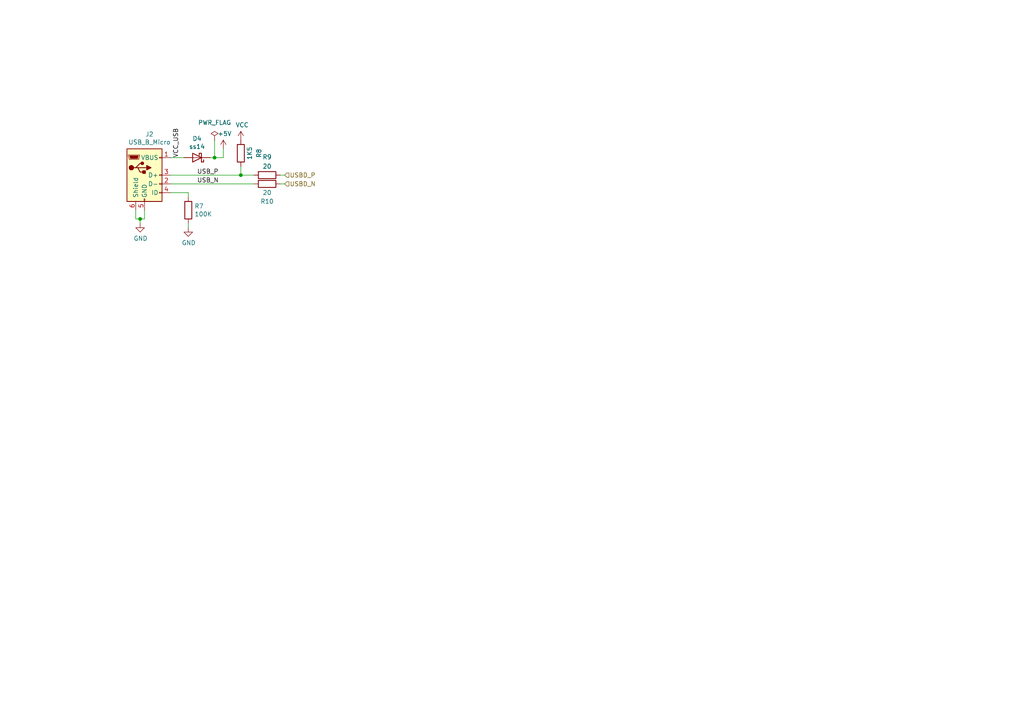
<source format=kicad_sch>
(kicad_sch (version 20231120) (generator "eeschema") (generator_version "8.0")
  (paper "A4")
  (lib_symbols
    (symbol "Device:D_Schottky" (pin_numbers hide) (pin_names (offset 1.016) hide)
      (property "Reference" "D" (at 0 2.54 0))
      (property "Value" "D_Schottky" (at 0 -2.54 0))
      (symbol "D_Schottky_0_1"
        (polyline (pts (xy 1.27 0) (xy -1.27 0)))
        (polyline (pts (xy 1.27 1.27) (xy 1.27 -1.27) (xy -1.27 0) (xy 1.27 1.27)) (stroke (width 0.254)))
        (polyline (pts (xy -1.905 0.635) (xy -1.905 1.27) (xy -1.27 1.27) (xy -1.27 -1.27) (xy -0.635 -1.27) (xy -0.635 -0.635)) (stroke (width 0.254)))
      )
      (symbol "D_Schottky_1_1"
        (pin passive line (at -3.81 0 0) (length 2.54) (name "K") (number "1"))
        (pin passive line (at 3.81 0 180) (length 2.54) (name "A") (number "2"))
      )
    )
    (symbol "Device:R" (pin_numbers hide) (pin_names (offset 0))
      (property "Reference" "R" (at 2.032 0 90))
      (property "Value" "R" (at 0 0 90))
      (symbol "R_0_1"
        (rectangle (start -1.016 -2.54) (end 1.016 2.54) (stroke (width 0.254)))
      )
      (symbol "R_1_1"
        (pin passive line (at 0 3.81 270) (length 1.27) (name "~") (number "1"))
        (pin passive line (at 0 -3.81 90) (length 1.27) (name "~") (number "2"))
      )
    )
    (symbol "STM32103_Devel-rescue:+5V-power" (power) (pin_names (offset 0))
      (property "Value" "power_+5V" (at 0 3.556 0))
      (symbol "+5V-power_0_1"
        (polyline (pts (xy -0.762 1.27) (xy 0 2.54)))
        (polyline (pts (xy 0 0) (xy 0 2.54)))
        (polyline (pts (xy 0 2.54) (xy 0.762 1.27)))
      )
      (symbol "+5V-power_1_1"
        (pin power_in line (at 0 0 90) (length 0) hide (name "+5V") (number "1"))
      )
    )
    (symbol "STM32103_Devel-rescue:GND-power" (power) (pin_names (offset 0))
      (property "Value" "power_GND" (at 0 -3.81 0))
      (symbol "GND-power_0_1"
        (polyline (pts (xy 0 0) (xy 0 -1.27) (xy 1.27 -1.27) (xy 0 -2.54) (xy -1.27 -1.27) (xy 0 -1.27)))
      )
      (symbol "GND-power_1_1"
        (pin power_in line (at 0 0 270) (length 0) hide (name "GND") (number "1"))
      )
    )
    (symbol "STM32103_Devel-rescue:USB_B_Micro-Connector" (pin_names (offset 1.016))
      (property "Reference" "J" (at -5.08 11.43 0))
      (property "Value" "USB_B_Micro-Connector" (at -5.08 8.89 0))
      (symbol "USB_B_Micro-Connector_0_1"
        (rectangle (start -5.08 -7.62) (end 5.08 7.62) (stroke (width 0.254)) (fill (type background)))
        (circle (center -3.81 2.159) (radius 0.635) (stroke (width 0.254)) (fill (type outline)))
        (circle (center -0.635 3.429) (radius 0.381) (stroke (width 0.254)) (fill (type outline)))
        (rectangle (start -0.127 -7.62) (end 0.127 -6.858))
        (polyline (pts (xy -1.905 2.159) (xy 0.635 2.159)) (stroke (width 0.254)))
        (polyline (pts (xy -3.175 2.159) (xy -2.54 2.159) (xy -1.27 3.429) (xy -0.635 3.429)) (stroke (width 0.254)))
        (polyline (pts (xy -2.54 2.159) (xy -1.905 2.159) (xy -1.27 0.889) (xy 0 0.889)) (stroke (width 0.254)))
        (polyline (pts (xy 0.635 2.794) (xy 0.635 1.524) (xy 1.905 2.159) (xy 0.635 2.794)) (stroke (width 0.254)) (fill (type outline)))
        (polyline (pts (xy -4.318 5.588) (xy -1.778 5.588) (xy -2.032 4.826) (xy -4.064 4.826) (xy -4.318 5.588)) (fill (type outline)))
        (polyline (pts (xy -4.699 5.842) (xy -4.699 5.588) (xy -4.445 4.826) (xy -4.445 4.572) (xy -1.651 4.572) (xy -1.651 4.826) (xy -1.397 5.588) (xy -1.397 5.842) (xy -4.699 5.842)))
        (rectangle (start 0.254 1.27) (end -0.508 0.508) (stroke (width 0.254)) (fill (type outline)))
        (rectangle (start 5.08 -5.207) (end 4.318 -4.953))
        (rectangle (start 5.08 -2.667) (end 4.318 -2.413))
        (rectangle (start 5.08 -0.127) (end 4.318 0.127))
        (rectangle (start 5.08 4.953) (end 4.318 5.207))
      )
      (symbol "USB_B_Micro-Connector_1_1"
        (pin power_out line (at 7.62 5.08 180) (length 2.54) (name "VBUS") (number "1"))
        (pin passive line (at 7.62 -2.54 180) (length 2.54) (name "D-") (number "2"))
        (pin passive line (at 7.62 0 180) (length 2.54) (name "D+") (number "3"))
        (pin passive line (at 7.62 -5.08 180) (length 2.54) (name "ID") (number "4"))
        (pin power_out line (at 0 -10.16 90) (length 2.54) (name "GND") (number "5"))
        (pin passive line (at -2.54 -10.16 90) (length 2.54) (name "Shield") (number "6"))
      )
    )
    (symbol "STM32103_Devel-rescue:VCC-power" (power) (pin_names (offset 0))
      (property "Value" "power_VCC" (at 0 3.81 0))
      (symbol "VCC-power_0_1"
        (polyline (pts (xy -0.762 1.27) (xy 0 2.54)))
        (polyline (pts (xy 0 0) (xy 0 2.54)))
        (polyline (pts (xy 0 2.54) (xy 0.762 1.27)))
      )
      (symbol "VCC-power_1_1"
        (pin power_in line (at 0 0 90) (length 0) hide (name "VCC") (number "1"))
      )
    )
    (symbol "power:PWR_FLAG" (power) (pin_numbers hide) (pin_names (offset 0) hide)
      (property "Value" "PWR_FLAG" (at 0 3.81 0))
      (symbol "PWR_FLAG_0_0"
        (pin power_out line (at 0 0 90) (length 0) (name "~") (number "1"))
      )
      (symbol "PWR_FLAG_0_1"
        (polyline (pts (xy 0 0) (xy 0 1.27) (xy -1.016 1.905) (xy 0 2.54) (xy 1.016 1.905) (xy 0 1.27)))
      )
    )
  )
  (junction (at 40.64 63.5))
  (junction (at 69.85 50.8))
  (junction (at 62.23 45.72))
  (wire (pts (xy 39.37 63.5) (xy 40.64 63.5)))
  (wire (pts (xy 81.28 50.8) (xy 82.55 50.8)))
  (wire (pts (xy 54.61 64.77) (xy 54.61 66.04)))
  (wire (pts (xy 49.53 50.8) (xy 69.85 50.8)))
  (wire (pts (xy 40.64 63.5) (xy 40.64 64.77)))
  (wire (pts (xy 60.96 45.72) (xy 62.23 45.72)))
  (wire (pts (xy 69.85 48.26) (xy 69.85 50.8)))
  (wire (pts (xy 49.53 55.88) (xy 54.61 55.88)))
  (wire (pts (xy 49.53 53.34) (xy 73.66 53.34)))
  (wire (pts (xy 69.85 50.8) (xy 73.66 50.8)))
  (wire (pts (xy 62.23 40.64) (xy 62.23 45.72)))
  (wire (pts (xy 49.53 45.72) (xy 53.34 45.72)))
  (wire (pts (xy 62.23 45.72) (xy 64.77 45.72)))
  (wire (pts (xy 41.91 63.5) (xy 40.64 63.5)))
  (wire (pts (xy 81.28 53.34) (xy 82.55 53.34)))
  (wire (pts (xy 54.61 55.88) (xy 54.61 57.15)))
  (wire (pts (xy 41.91 60.96) (xy 41.91 63.5)))
  (wire (pts (xy 64.77 45.72) (xy 64.77 43.18)))
  (wire (pts (xy 39.37 60.96) (xy 39.37 63.5)))
  (label "USB_P" (at 57.15 50.8 0))
  (label "VCC_USB" (at 52.07 45.72 90))
  (label "USB_N" (at 57.15 53.34 0))
  (hierarchical_label "USBD_P" (shape input) (at 82.55 50.8 0))
  (hierarchical_label "USBD_N" (shape input) (at 82.55 53.34 0))
  (symbol (lib_id "STM32103_Devel-rescue:USB_B_Micro-Connector") (at 41.91 50.8 0) (unit 1)
    (property "Reference" "J2" (at 43.3578 38.9382 0))
    (property "Value" "USB_B_Micro" (at 43.3578 41.2496 0))
    (property "Footprint" "Connector_USB:USB_Micro-B_Amphenol_10118193-0001LF_Horizontal" (effects (hide yes)))
    (property "Manufacturer" "Würth Elektronik" (effects (hide yes)))
    (property "LCSC" "C132562" (effects (hide yes)))
    (property "mpn" "10118193-0001LF" (effects (hide yes)))
  )
  (symbol (lib_id "STM32103_Devel-rescue:+5V-power") (at 64.77 43.18 0) (unit 1)
    (property "Reference" "#PWR027" (effects (hide yes)))
    (property "Value" "+5V" (at 65.151 38.7858 0))
  )
  (symbol (lib_id "STM32103_Devel-rescue:GND-power") (at 40.64 64.77 0) (unit 1)
    (property "Reference" "#PWR024" (effects (hide yes)))
    (property "Value" "GND" (at 40.767 69.1642 0))
  )
  (symbol (lib_id "Device:R") (at 54.61 60.96 0) (unit 1)
    (property "Reference" "R7" (at 56.388 59.7916 0) (effects (justify left)))
    (property "Value" "100K" (at 56.388 62.103 0) (effects (justify left)))
    (property "Footprint" "Resistor_SMD:R_0805_2012Metric" (effects (hide yes)))
    (property "LCSC" "C17407" (effects (hide yes)))
    (property "Manufacturer" "Bourns Inc." (effects (hide yes)))
    (property "mpn" "CR0805-FX-1003ELF" (effects (hide yes)))
  )
  (symbol (lib_id "STM32103_Devel-rescue:GND-power") (at 54.61 66.04 0) (unit 1)
    (property "Reference" "#PWR025" (effects (hide yes)))
    (property "Value" "GND" (at 54.737 70.4342 0))
  )
  (symbol (lib_id "Device:R") (at 77.47 50.8 270) (unit 1)
    (property "Reference" "R9" (at 77.47 45.5422 90))
    (property "Value" "20" (at 77.47 48.26 90))
    (property "Footprint" "Resistor_SMD:R_0805_2012Metric" (effects (hide yes)))
    (property "LCSC" "C17544" (effects (hide yes)))
    (property "Manufacturer" "Bourns Inc." (effects (hide yes)))
    (property "mpn" "CR0805-FX-20R0ELF" (effects (hide yes)))
  )
  (symbol (lib_id "Device:R") (at 77.47 53.34 90) (unit 1)
    (property "Reference" "R10" (at 77.47 58.42 90))
    (property "Value" "20" (at 77.47 55.88 90))
    (property "Footprint" "Resistor_SMD:R_0805_2012Metric" (effects (hide yes)))
    (property "LCSC" "C17544" (effects (hide yes)))
    (property "Manufacturer" "Bourns Inc." (effects (hide yes)))
    (property "mpn" "CR0805-FX-20R0ELF" (effects (hide yes)))
  )
  (symbol (lib_id "STM32103_Devel-rescue:VCC-power") (at 69.85 40.64 0) (unit 1)
    (property "Reference" "#PWR028" (effects (hide yes)))
    (property "Value" "VCC" (at 70.231 36.2458 0))
  )
  (symbol (lib_id "Device:R") (at 69.85 44.45 180) (unit 1)
    (property "Reference" "R8" (at 75.1078 44.45 90))
    (property "Value" "1K5" (at 72.39 44.45 90))
    (property "Footprint" "Resistor_SMD:R_0805_2012Metric" (effects (hide yes)))
    (property "LCSC" "C4310" (effects (hide yes)))
    (property "Manufacturer" "Bourns Inc." (effects (hide yes)))
    (property "mpn" "CR0805-FX-1501ELF" (effects (hide yes)))
  )
  (symbol (lib_id "Device:D_Schottky") (at 57.15 45.72 180) (unit 1)
    (property "Reference" "D4" (at 57.15 40.2082 0))
    (property "Value" "ss14" (at 57.15 42.5196 0))
    (property "Footprint" "Diode_SMD:D_SMA" (effects (hide yes)))
    (property "LCSC" "C2480" (effects (hide yes)))
    (property "Manufacturer" "onsemi" (effects (hide yes)))
    (property "mpn" "SS14" (effects (hide yes)))
  )
  (symbol (lib_id "power:PWR_FLAG") (at 62.23 40.64 0) (unit 1)
    (property "Reference" "#FLG01" (effects (hide yes)))
    (property "Value" "PWR_FLAG" (at 62.23 35.56 0))
    (property "Description" "Special symbol for telling ERC where power comes from" (effects (hide yes)))
  )
)
</source>
